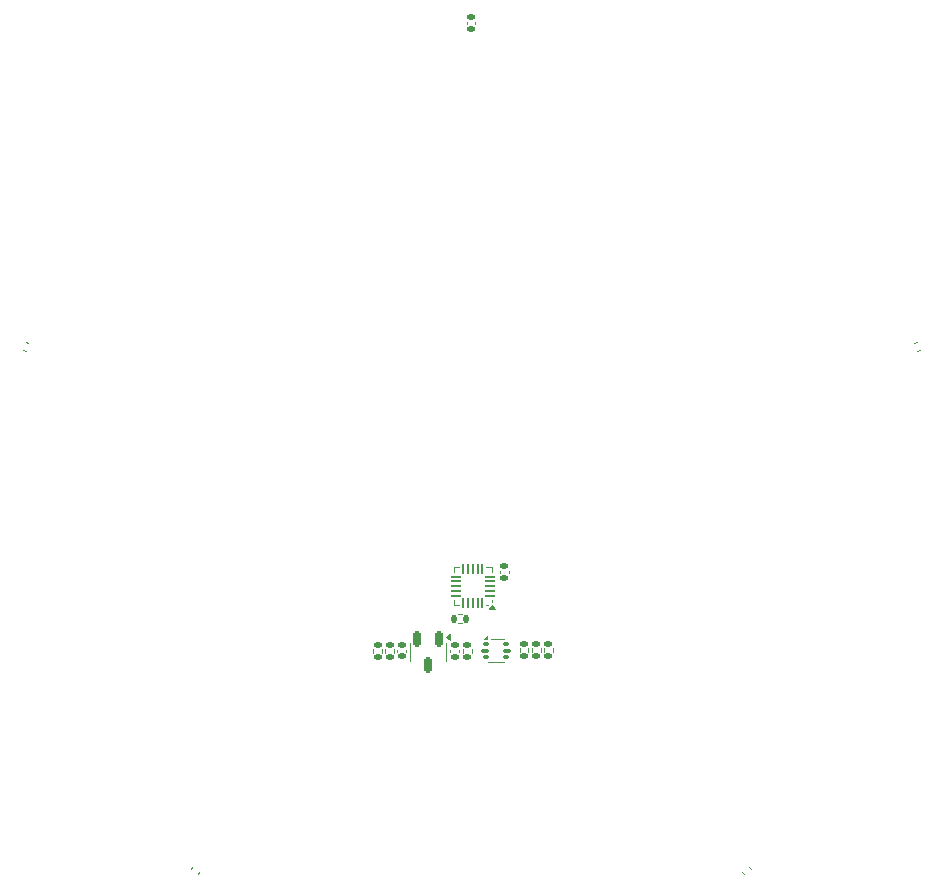
<source format=gbr>
%TF.GenerationSoftware,KiCad,Pcbnew,8.0.6*%
%TF.CreationDate,2024-11-25T17:42:41+01:00*%
%TF.ProjectId,star,73746172-2e6b-4696-9361-645f70636258,rev?*%
%TF.SameCoordinates,Original*%
%TF.FileFunction,Legend,Top*%
%TF.FilePolarity,Positive*%
%FSLAX46Y46*%
G04 Gerber Fmt 4.6, Leading zero omitted, Abs format (unit mm)*
G04 Created by KiCad (PCBNEW 8.0.6) date 2024-11-25 17:42:41*
%MOMM*%
%LPD*%
G01*
G04 APERTURE LIST*
G04 Aperture macros list*
%AMRoundRect*
0 Rectangle with rounded corners*
0 $1 Rounding radius*
0 $2 $3 $4 $5 $6 $7 $8 $9 X,Y pos of 4 corners*
0 Add a 4 corners polygon primitive as box body*
4,1,4,$2,$3,$4,$5,$6,$7,$8,$9,$2,$3,0*
0 Add four circle primitives for the rounded corners*
1,1,$1+$1,$2,$3*
1,1,$1+$1,$4,$5*
1,1,$1+$1,$6,$7*
1,1,$1+$1,$8,$9*
0 Add four rect primitives between the rounded corners*
20,1,$1+$1,$2,$3,$4,$5,0*
20,1,$1+$1,$4,$5,$6,$7,0*
20,1,$1+$1,$6,$7,$8,$9,0*
20,1,$1+$1,$8,$9,$2,$3,0*%
G04 Aperture macros list end*
%ADD10C,0.120000*%
%ADD11C,1.500000*%
%ADD12C,0.250000*%
%ADD13C,3.002104*%
%ADD14C,0.000000*%
%ADD15RoundRect,0.237500X0.371231X-0.035355X-0.035355X0.371231X-0.371231X0.035355X0.035355X-0.371231X0*%
%ADD16RoundRect,0.140000X0.185681X0.118417X-0.080615X0.204942X-0.185681X-0.118417X0.080615X-0.204942X0*%
%ADD17RoundRect,0.135000X0.185000X-0.135000X0.185000X0.135000X-0.185000X0.135000X-0.185000X-0.135000X0*%
%ADD18RoundRect,0.140000X-0.170000X0.140000X-0.170000X-0.140000X0.170000X-0.140000X0.170000X0.140000X0*%
%ADD19R,0.300000X1.100000*%
%ADD20O,1.000000X1.800000*%
%ADD21O,1.000000X2.200000*%
%ADD22O,11.010000X11.010000*%
%ADD23RoundRect,0.140000X-0.055243X0.213186X-0.219823X-0.013339X0.055243X-0.213186X0.219823X0.013339X0*%
%ADD24C,2.200000*%
%ADD25RoundRect,0.050000X0.375000X0.050000X-0.375000X0.050000X-0.375000X-0.050000X0.375000X-0.050000X0*%
%ADD26RoundRect,0.050000X0.050000X0.375000X-0.050000X0.375000X-0.050000X-0.375000X0.050000X-0.375000X0*%
%ADD27R,1.650000X1.650000*%
%ADD28RoundRect,0.140000X0.170000X-0.140000X0.170000X0.140000X-0.170000X0.140000X-0.170000X-0.140000X0*%
%ADD29RoundRect,0.093750X-0.156250X-0.093750X0.156250X-0.093750X0.156250X0.093750X-0.156250X0.093750X0*%
%ADD30RoundRect,0.075000X-0.250000X-0.075000X0.250000X-0.075000X0.250000X0.075000X-0.250000X0.075000X0*%
%ADD31RoundRect,0.135000X0.135000X0.185000X-0.135000X0.185000X-0.135000X-0.185000X0.135000X-0.185000X0*%
%ADD32RoundRect,0.150000X-0.150000X0.512500X-0.150000X-0.512500X0.150000X-0.512500X0.150000X0.512500X0*%
%ADD33RoundRect,0.140000X-0.219823X0.013339X-0.055243X-0.213186X0.219823X-0.013339X0.055243X0.213186X0*%
%ADD34RoundRect,0.140000X-0.080615X-0.204942X0.185681X-0.118417X0.080615X0.204942X-0.185681X0.118417X0*%
G04 APERTURE END LIST*
D10*
%TO.C,C8*%
X85461312Y-96015704D02*
X85256196Y-95949057D01*
X85683804Y-95330943D02*
X85478688Y-95264296D01*
%TO.C,R15*%
X122470000Y-121603641D02*
X122470000Y-121296359D01*
X123230000Y-121603641D02*
X123230000Y-121296359D01*
%TO.C,C3*%
X116945000Y-121322164D02*
X116945000Y-121537836D01*
X117665000Y-121322164D02*
X117665000Y-121537836D01*
%TO.C,C5*%
X99582138Y-139726156D02*
X99455369Y-139900638D01*
X100164631Y-140149362D02*
X100037862Y-140323844D01*
%TO.C,R1*%
X115920000Y-121598641D02*
X115920000Y-121291359D01*
X116680000Y-121598641D02*
X116680000Y-121291359D01*
%TO.C,U1*%
X121715000Y-114350000D02*
X121715000Y-114800000D01*
X121715000Y-117570000D02*
X121715000Y-117120000D01*
X122165000Y-114350000D02*
X121715000Y-114350000D01*
X122165000Y-117570000D02*
X121715000Y-117570000D01*
X124485000Y-114350000D02*
X124935000Y-114350000D01*
X124485000Y-117570000D02*
X124635000Y-117570000D01*
X124935000Y-114350000D02*
X124935000Y-114800000D01*
X124935000Y-117120000D02*
X124935000Y-117330000D01*
X125175000Y-117900000D02*
X124695000Y-117900000D01*
X124935000Y-117570000D01*
X125175000Y-117900000D01*
G36*
X125175000Y-117900000D02*
G01*
X124695000Y-117900000D01*
X124935000Y-117570000D01*
X125175000Y-117900000D01*
G37*
%TO.C,C4*%
X125635000Y-114642164D02*
X125635000Y-114857836D01*
X126355000Y-114642164D02*
X126355000Y-114857836D01*
%TO.C,C1*%
X122810000Y-68392836D02*
X122810000Y-68177164D01*
X123530000Y-68392836D02*
X123530000Y-68177164D01*
%TO.C,U4*%
X125950000Y-120420000D02*
X124900000Y-120420000D01*
X125950000Y-122400000D02*
X124650000Y-122400000D01*
X124530000Y-120420000D02*
X124250000Y-120420000D01*
X124530000Y-120140000D01*
X124530000Y-120420000D01*
G36*
X124530000Y-120420000D02*
G01*
X124250000Y-120420000D01*
X124530000Y-120140000D01*
X124530000Y-120420000D01*
G37*
%TO.C,R16*%
X129335000Y-121528641D02*
X129335000Y-121221359D01*
X130095000Y-121528641D02*
X130095000Y-121221359D01*
%TO.C,R17*%
X122378641Y-118339369D02*
X122071359Y-118339369D01*
X122378641Y-119099369D02*
X122071359Y-119099369D01*
%TO.C,R19*%
X128307500Y-121528641D02*
X128307500Y-121221359D01*
X129067500Y-121528641D02*
X129067500Y-121221359D01*
%TO.C,C2*%
X121420000Y-121542836D02*
X121420000Y-121327164D01*
X122140000Y-121542836D02*
X122140000Y-121327164D01*
%TO.C,U3*%
X117975000Y-121535000D02*
X117975000Y-120735000D01*
X117975000Y-121535000D02*
X117975000Y-122335000D01*
X121095000Y-121535000D02*
X121095000Y-120735000D01*
X121095000Y-121535000D02*
X121095000Y-122335000D01*
X121375000Y-120475000D02*
X121045000Y-120235000D01*
X121375000Y-119995000D01*
X121375000Y-120475000D01*
G36*
X121375000Y-120475000D02*
G01*
X121045000Y-120235000D01*
X121375000Y-119995000D01*
X121375000Y-120475000D01*
G37*
%TO.C,R2*%
X114915000Y-121603641D02*
X114915000Y-121296359D01*
X115675000Y-121603641D02*
X115675000Y-121296359D01*
%TO.C,C6*%
X146155369Y-140129362D02*
X146282138Y-140303844D01*
X146737862Y-139706156D02*
X146864631Y-139880638D01*
%TO.C,R20*%
X127280000Y-121528641D02*
X127280000Y-121221359D01*
X128040000Y-121528641D02*
X128040000Y-121221359D01*
%TO.C,C7*%
X160721196Y-95340943D02*
X160926312Y-95274296D01*
X160943688Y-96025704D02*
X161148804Y-95959057D01*
%TD*%
%LPC*%
D11*
X161011162Y-93720518D02*
X137146810Y-90252824D01*
X161011162Y-93720518D02*
G75*
G02*
X162119525Y-97131840I-287662J-1979182D01*
G01*
D12*
X141225000Y-95937681D02*
X141225000Y-95587681D01*
X109800000Y-123325000D02*
X109800000Y-123675000D01*
D11*
X144275988Y-115734704D02*
G75*
G02*
X144851174Y-113964433I1971212J338104D01*
G01*
X100899622Y-141610463D02*
G75*
G02*
X97997609Y-139502198I-930822J1770163D01*
G01*
D12*
X137553553Y-122921447D02*
X137553553Y-123271447D01*
X141925000Y-96637681D02*
G75*
G02*
X141225019Y-95937681I0J699981D01*
G01*
D11*
X117550000Y-132855000D02*
X128790000Y-132855000D01*
X84230412Y-97131904D02*
X101498819Y-113964441D01*
D12*
X137053553Y-123771447D02*
X136803553Y-123771447D01*
X109300000Y-122825000D02*
G75*
G02*
X109800000Y-123325000I0J-500000D01*
G01*
X137553553Y-123271447D02*
G75*
G02*
X137053553Y-123771353I-499953J47D01*
G01*
X104300000Y-96637681D02*
X104050000Y-96637681D01*
D13*
X138427501Y-126771447D02*
G75*
G02*
X135425397Y-126771447I-1501052J0D01*
G01*
X135425397Y-126771447D02*
G75*
G02*
X138427501Y-126771447I1501052J0D01*
G01*
D11*
X135640935Y-89158742D02*
X124968472Y-67533971D01*
D12*
X103350000Y-95587681D02*
G75*
G02*
X104050000Y-94887700I700000J-19D01*
G01*
D11*
X137146810Y-90252824D02*
G75*
G02*
X135640975Y-89158723I287590J1979124D01*
G01*
X109203190Y-90252824D02*
X85338838Y-93720518D01*
D12*
X105000000Y-95587681D02*
X105000000Y-95937681D01*
X136803553Y-122421447D02*
X137053553Y-122421447D01*
X103350000Y-95937681D02*
X103350000Y-95587681D01*
D11*
X145450915Y-141611677D02*
X128790000Y-132855000D01*
X102074012Y-115734704D02*
X97997569Y-139502191D01*
X84230412Y-97131904D02*
G75*
G02*
X85338837Y-93720513I1396028J1432174D01*
G01*
D12*
X109050000Y-124175000D02*
G75*
G02*
X108550000Y-123675000I0J500000D01*
G01*
X109300000Y-124175000D02*
X109050000Y-124175000D01*
X108550000Y-123675000D02*
X108550000Y-123325000D01*
D11*
X117550000Y-132855000D02*
X100899622Y-141610463D01*
D12*
X142875000Y-95587681D02*
X142875000Y-95937681D01*
X142175000Y-96637681D02*
X141925000Y-96637681D01*
X104300000Y-94887681D02*
G75*
G02*
X105000019Y-95587681I0J-700019D01*
G01*
X104050000Y-96637681D02*
G75*
G02*
X103350019Y-95937681I0J699981D01*
G01*
D11*
X148352607Y-139503215D02*
G75*
G02*
X145450924Y-141611660I-1971207J-338085D01*
G01*
X148352607Y-139503215D02*
X144275988Y-115734704D01*
D12*
X137053553Y-122421447D02*
G75*
G02*
X137553553Y-122921447I47J-499953D01*
G01*
X109800000Y-123675000D02*
G75*
G02*
X109300000Y-124175000I-500000J0D01*
G01*
D11*
X110709065Y-89158742D02*
G75*
G02*
X109203188Y-90252813I-1793465J885142D01*
G01*
D12*
X136803553Y-123771447D02*
G75*
G02*
X136303553Y-123271447I47J500047D01*
G01*
X136303553Y-122921447D02*
G75*
G02*
X136803553Y-122421353I500047J47D01*
G01*
D11*
X101498819Y-113964441D02*
G75*
G02*
X102073973Y-115734697I-1396119J-1432159D01*
G01*
X162119588Y-97131904D02*
X144851181Y-113964441D01*
X121381528Y-67533972D02*
G75*
G02*
X124968472Y-67533971I1793472J-885128D01*
G01*
D12*
X108550000Y-123325000D02*
G75*
G02*
X109050000Y-122825000I500000J0D01*
G01*
X105000000Y-95937681D02*
G75*
G02*
X104300000Y-96637700I-700000J-19D01*
G01*
D14*
G36*
X126283811Y-83385644D02*
G01*
X126275249Y-83518536D01*
X126261051Y-83650579D01*
X126241280Y-83781601D01*
X126215994Y-83911434D01*
X126185255Y-84039906D01*
X126149122Y-84166848D01*
X126107657Y-84292090D01*
X126060919Y-84415461D01*
X126008970Y-84536791D01*
X125951869Y-84655912D01*
X125889677Y-84772650D01*
X125822453Y-84886839D01*
X125750260Y-84998306D01*
X125673156Y-85106881D01*
X125591202Y-85212396D01*
X125587797Y-85216602D01*
X125591202Y-85220793D01*
X125632448Y-85272731D01*
X125672547Y-85325495D01*
X125711487Y-85379064D01*
X125749257Y-85433419D01*
X125785846Y-85488539D01*
X125821241Y-85544408D01*
X125855435Y-85601003D01*
X125888413Y-85658305D01*
X125920167Y-85716295D01*
X125950684Y-85774955D01*
X125979954Y-85834263D01*
X126007964Y-85894199D01*
X126034705Y-85954746D01*
X126060167Y-86015882D01*
X126084336Y-86077590D01*
X126107203Y-86139849D01*
X126109037Y-86144989D01*
X126710003Y-85544022D01*
X128414922Y-85544022D01*
X128414922Y-85871445D01*
X126845621Y-85871445D01*
X126311924Y-86405143D01*
X126212273Y-86504793D01*
X126213435Y-86510114D01*
X126230560Y-86592957D01*
X126245419Y-86676189D01*
X126258005Y-86759764D01*
X126268314Y-86843634D01*
X126276341Y-86927752D01*
X126282082Y-87012073D01*
X126285528Y-87096549D01*
X126286679Y-87181132D01*
X126282924Y-87335149D01*
X126271771Y-87487295D01*
X126253392Y-87637392D01*
X126227957Y-87785258D01*
X126195637Y-87930713D01*
X126156604Y-88073577D01*
X126111030Y-88213667D01*
X126059082Y-88350806D01*
X126000935Y-88484810D01*
X125936758Y-88615503D01*
X125866721Y-88742700D01*
X125790997Y-88866223D01*
X125709756Y-88985891D01*
X125623169Y-89101523D01*
X125531408Y-89212939D01*
X125434642Y-89319958D01*
X125333043Y-89422401D01*
X125226782Y-89520085D01*
X125116028Y-89612832D01*
X125000955Y-89700460D01*
X124881734Y-89782788D01*
X124758533Y-89859638D01*
X124631524Y-89930826D01*
X124500878Y-89996174D01*
X124366769Y-90055502D01*
X124229363Y-90108627D01*
X124088834Y-90155372D01*
X123945353Y-90195551D01*
X123799089Y-90228989D01*
X123650215Y-90255504D01*
X123498902Y-90274913D01*
X123345317Y-90287038D01*
X123339882Y-90287332D01*
X123339882Y-91028339D01*
X123012463Y-91028339D01*
X123012463Y-90287332D01*
X123007043Y-90287038D01*
X122853459Y-90274913D01*
X122702143Y-90255504D01*
X122553268Y-90228990D01*
X122407003Y-90195554D01*
X122263520Y-90155373D01*
X122122990Y-90108630D01*
X121985584Y-90055505D01*
X121851472Y-89996177D01*
X121720826Y-89930830D01*
X121593818Y-89859640D01*
X121470617Y-89782792D01*
X121351393Y-89700463D01*
X121236320Y-89612835D01*
X121125567Y-89520089D01*
X121019305Y-89422403D01*
X120917705Y-89319961D01*
X120820939Y-89212941D01*
X120729176Y-89101525D01*
X120642590Y-88985892D01*
X120561348Y-88866224D01*
X120485624Y-88742702D01*
X120415587Y-88615504D01*
X120351411Y-88484813D01*
X120293263Y-88350806D01*
X120241316Y-88213668D01*
X120195740Y-88073577D01*
X120156708Y-87930713D01*
X120124389Y-87785258D01*
X120098954Y-87637392D01*
X120080574Y-87487295D01*
X120069422Y-87335149D01*
X120065666Y-87181132D01*
X120393088Y-87181132D01*
X120396419Y-87318322D01*
X120406312Y-87453863D01*
X120422617Y-87587592D01*
X120445184Y-87719352D01*
X120473861Y-87848982D01*
X120508496Y-87976321D01*
X120548942Y-88101211D01*
X120595047Y-88223489D01*
X120646659Y-88342997D01*
X120703630Y-88459575D01*
X120765806Y-88573063D01*
X120833039Y-88683301D01*
X120905178Y-88790129D01*
X120982072Y-88893387D01*
X121063571Y-88992914D01*
X121149524Y-89088551D01*
X121239781Y-89180137D01*
X121334189Y-89267513D01*
X121432600Y-89350519D01*
X121534864Y-89428995D01*
X121640828Y-89502781D01*
X121750341Y-89571717D01*
X121863256Y-89635643D01*
X121979420Y-89694397D01*
X122098682Y-89747822D01*
X122220892Y-89795756D01*
X122345900Y-89838041D01*
X122473555Y-89874515D01*
X122603707Y-89905019D01*
X122736203Y-89929393D01*
X122870896Y-89947476D01*
X123007633Y-89959111D01*
X123012463Y-89959403D01*
X123012463Y-89063808D01*
X123339882Y-89063808D01*
X123339882Y-89959403D01*
X123344729Y-89959107D01*
X123481466Y-89947474D01*
X123616157Y-89929391D01*
X123748653Y-89905016D01*
X123878805Y-89874512D01*
X124006459Y-89838038D01*
X124131467Y-89795753D01*
X124253678Y-89747818D01*
X124372940Y-89694394D01*
X124489102Y-89635638D01*
X124602016Y-89571714D01*
X124711530Y-89502778D01*
X124817493Y-89428992D01*
X124919754Y-89350516D01*
X125018166Y-89267510D01*
X125112573Y-89180134D01*
X125202828Y-89088548D01*
X125288781Y-88992911D01*
X125370279Y-88893383D01*
X125447172Y-88790126D01*
X125519310Y-88683300D01*
X125586543Y-88573062D01*
X125648720Y-88459574D01*
X125705689Y-88342996D01*
X125757301Y-88223488D01*
X125803405Y-88101210D01*
X125843850Y-87976320D01*
X125878485Y-87848982D01*
X125907162Y-87719352D01*
X125929728Y-87587592D01*
X125946033Y-87453863D01*
X125955927Y-87318322D01*
X125959257Y-87181132D01*
X125958827Y-87132169D01*
X125957536Y-87083233D01*
X125955385Y-87034335D01*
X125952376Y-86985487D01*
X125948506Y-86936699D01*
X125943779Y-86887983D01*
X125938196Y-86839350D01*
X125931754Y-86790813D01*
X125931065Y-86786000D01*
X123980680Y-88736386D01*
X124715054Y-88736386D01*
X124715054Y-89063808D01*
X123339882Y-89063808D01*
X123012463Y-89063808D01*
X121637290Y-89063808D01*
X121637290Y-88736386D01*
X122459005Y-88736386D01*
X120843030Y-87877166D01*
X121177738Y-87542459D01*
X120421279Y-86785999D01*
X120420591Y-86790813D01*
X120414149Y-86839350D01*
X120408565Y-86887983D01*
X120403838Y-86936699D01*
X120399969Y-86985487D01*
X120396959Y-87034335D01*
X120394809Y-87083233D01*
X120393518Y-87132169D01*
X120393088Y-87181132D01*
X120065666Y-87181132D01*
X120066816Y-87096543D01*
X120070264Y-87012066D01*
X120076003Y-86927745D01*
X120084030Y-86843627D01*
X120094339Y-86759759D01*
X120106926Y-86676186D01*
X120121785Y-86592956D01*
X120138911Y-86510114D01*
X120140072Y-86504793D01*
X120040422Y-86405143D01*
X120503461Y-86405143D01*
X121409257Y-87310939D01*
X121743965Y-86976232D01*
X122679851Y-88736386D01*
X123517640Y-88736386D01*
X125848883Y-86405143D01*
X125847525Y-86400477D01*
X125828200Y-86337152D01*
X125807397Y-86274367D01*
X125785125Y-86212148D01*
X125761399Y-86150518D01*
X125736232Y-86089502D01*
X125709638Y-86029125D01*
X125681626Y-85969413D01*
X125652211Y-85910389D01*
X125621407Y-85852079D01*
X125589224Y-85794507D01*
X125555677Y-85737698D01*
X125520779Y-85681677D01*
X125484539Y-85626468D01*
X125446975Y-85572096D01*
X125408097Y-85518588D01*
X125367917Y-85465965D01*
X125364954Y-85462167D01*
X125361074Y-85465998D01*
X125249593Y-85570738D01*
X125133607Y-85669461D01*
X125013365Y-85762065D01*
X124889117Y-85848447D01*
X124761110Y-85928505D01*
X124629593Y-86002138D01*
X124494815Y-86069242D01*
X124357027Y-86129717D01*
X124216475Y-86183460D01*
X124073410Y-86230368D01*
X123928080Y-86270340D01*
X123780735Y-86303273D01*
X123631622Y-86329066D01*
X123480990Y-86347615D01*
X123329091Y-86358820D01*
X123176172Y-86362577D01*
X123023254Y-86358820D01*
X122871354Y-86347615D01*
X122720724Y-86329066D01*
X122571612Y-86303273D01*
X122424267Y-86270340D01*
X122278939Y-86230368D01*
X122135875Y-86183460D01*
X121995324Y-86129717D01*
X121857535Y-86069242D01*
X121722759Y-86002138D01*
X121591242Y-85928505D01*
X121463235Y-85848447D01*
X121338985Y-85762065D01*
X121218741Y-85669462D01*
X121102755Y-85570739D01*
X120991271Y-85465999D01*
X120987391Y-85462168D01*
X120984395Y-85465999D01*
X120944219Y-85518618D01*
X120905343Y-85572124D01*
X120867782Y-85626493D01*
X120831546Y-85681700D01*
X120796650Y-85737719D01*
X120763106Y-85794527D01*
X120730925Y-85852097D01*
X120700123Y-85910406D01*
X120670710Y-85969428D01*
X120642701Y-86029139D01*
X120616107Y-86089514D01*
X120590941Y-86150528D01*
X120567218Y-86212157D01*
X120544947Y-86274374D01*
X120524144Y-86337156D01*
X120504819Y-86400478D01*
X120503461Y-86405143D01*
X120040422Y-86405143D01*
X119506723Y-85871445D01*
X117937424Y-85871445D01*
X117937424Y-85544022D01*
X119642341Y-85544022D01*
X120231226Y-86132907D01*
X120233060Y-86127815D01*
X120256189Y-86065642D01*
X120280619Y-86004026D01*
X120306337Y-85942985D01*
X120333335Y-85882540D01*
X120361599Y-85822710D01*
X120391120Y-85763515D01*
X120421885Y-85704973D01*
X120453884Y-85647105D01*
X120487105Y-85589931D01*
X120521538Y-85533469D01*
X120557171Y-85477738D01*
X120593994Y-85422760D01*
X120631995Y-85368553D01*
X120671163Y-85315137D01*
X120711487Y-85262532D01*
X120748275Y-85216602D01*
X121204832Y-85216602D01*
X121208270Y-85220056D01*
X121308272Y-85315215D01*
X121412405Y-85404919D01*
X121520438Y-85489076D01*
X121632146Y-85567588D01*
X121747300Y-85640363D01*
X121865671Y-85707306D01*
X121987032Y-85768322D01*
X122111154Y-85823316D01*
X122237810Y-85872194D01*
X122366770Y-85914862D01*
X122497808Y-85951224D01*
X122630696Y-85981188D01*
X122765204Y-86004657D01*
X122901104Y-86021538D01*
X123038170Y-86031736D01*
X123176172Y-86035156D01*
X123314174Y-86031736D01*
X123451240Y-86021538D01*
X123587141Y-86004657D01*
X123721649Y-85981187D01*
X123854536Y-85951224D01*
X123985574Y-85914861D01*
X124114535Y-85872193D01*
X124241190Y-85823313D01*
X124365313Y-85768319D01*
X124486674Y-85707302D01*
X124605045Y-85640358D01*
X124720199Y-85567582D01*
X124831907Y-85489067D01*
X124939940Y-85404909D01*
X125044073Y-85315201D01*
X125144075Y-85220039D01*
X125147512Y-85216602D01*
X125144075Y-85213147D01*
X125044073Y-85117989D01*
X124939940Y-85028284D01*
X124831907Y-84944128D01*
X124720199Y-84865614D01*
X124605045Y-84792840D01*
X124486674Y-84725898D01*
X124365313Y-84664882D01*
X124241190Y-84609888D01*
X124114535Y-84561010D01*
X123985575Y-84518342D01*
X123854536Y-84481980D01*
X123721649Y-84452016D01*
X123587141Y-84428547D01*
X123451240Y-84411666D01*
X123314174Y-84401468D01*
X123176172Y-84398047D01*
X123038170Y-84401468D01*
X122901104Y-84411666D01*
X122765203Y-84428547D01*
X122630692Y-84452017D01*
X122497805Y-84481980D01*
X122366765Y-84518342D01*
X122237803Y-84561011D01*
X122111146Y-84609890D01*
X121987023Y-84664885D01*
X121865660Y-84725901D01*
X121747288Y-84792845D01*
X121632132Y-84865621D01*
X121520424Y-84944137D01*
X121412388Y-85028295D01*
X121308256Y-85118002D01*
X121208254Y-85213165D01*
X121204832Y-85216602D01*
X120748275Y-85216602D01*
X120752956Y-85210758D01*
X120756410Y-85206551D01*
X120752989Y-85202310D01*
X120671969Y-85097125D01*
X120595748Y-84988932D01*
X120524387Y-84877899D01*
X120457944Y-84764192D01*
X120396477Y-84647979D01*
X120340046Y-84529429D01*
X120288709Y-84408706D01*
X120242526Y-84285979D01*
X120201556Y-84161415D01*
X120165857Y-84035182D01*
X120135489Y-83907445D01*
X120110510Y-83778372D01*
X120090979Y-83648132D01*
X120076955Y-83516890D01*
X120068499Y-83384814D01*
X120065666Y-83252072D01*
X120393088Y-83252072D01*
X120395519Y-83368408D01*
X120402781Y-83484185D01*
X120414825Y-83599259D01*
X120431601Y-83713491D01*
X120453062Y-83826738D01*
X120479159Y-83938861D01*
X120509844Y-84049719D01*
X120545066Y-84159169D01*
X120584779Y-84267071D01*
X120628932Y-84373285D01*
X120677478Y-84477670D01*
X120730369Y-84580082D01*
X120787554Y-84680383D01*
X120848986Y-84778432D01*
X120914615Y-84874086D01*
X120984395Y-84967205D01*
X120987391Y-84971036D01*
X120991255Y-84967221D01*
X121102735Y-84862482D01*
X121218721Y-84763759D01*
X121338963Y-84671154D01*
X121463214Y-84584771D01*
X121591222Y-84504711D01*
X121722740Y-84431077D01*
X121857519Y-84363970D01*
X121995310Y-84303495D01*
X122135863Y-84249751D01*
X122278929Y-84202841D01*
X122424261Y-84162867D01*
X122571608Y-84129933D01*
X122720722Y-84104139D01*
X122871353Y-84085589D01*
X123023253Y-84074383D01*
X123176172Y-84070626D01*
X123329091Y-84074383D01*
X123480990Y-84085589D01*
X123631621Y-84104138D01*
X123780733Y-84129931D01*
X123928077Y-84162864D01*
X124073405Y-84202836D01*
X124216470Y-84249744D01*
X124357020Y-84303486D01*
X124494809Y-84363961D01*
X124629585Y-84431066D01*
X124761102Y-84504699D01*
X124889110Y-84584757D01*
X125013360Y-84671139D01*
X125133603Y-84763742D01*
X125249591Y-84862465D01*
X125361074Y-84967205D01*
X125364954Y-84971036D01*
X125367934Y-84967221D01*
X125437715Y-84874105D01*
X125503348Y-84778453D01*
X125564781Y-84680405D01*
X125621969Y-84580105D01*
X125674860Y-84477693D01*
X125723409Y-84373308D01*
X125767563Y-84267093D01*
X125807276Y-84159190D01*
X125842500Y-84049738D01*
X125873185Y-83938879D01*
X125899282Y-83826754D01*
X125920743Y-83713502D01*
X125937520Y-83599268D01*
X125949564Y-83484190D01*
X125956825Y-83368411D01*
X125959257Y-83252072D01*
X125955636Y-83108855D01*
X125944888Y-82967518D01*
X125927190Y-82828236D01*
X125902714Y-82691185D01*
X125871638Y-82556537D01*
X125834135Y-82424469D01*
X125790380Y-82295155D01*
X125740548Y-82168772D01*
X125684813Y-82045492D01*
X125623353Y-81925490D01*
X125556339Y-81808943D01*
X125483948Y-81696025D01*
X125406354Y-81586909D01*
X125323733Y-81481774D01*
X125236259Y-81380790D01*
X125144108Y-81284135D01*
X125047453Y-81191984D01*
X124946470Y-81104509D01*
X124841333Y-81021889D01*
X124732218Y-80944295D01*
X124619299Y-80871904D01*
X124502753Y-80804891D01*
X124382752Y-80743429D01*
X124259471Y-80687696D01*
X124133087Y-80637863D01*
X124003773Y-80594108D01*
X123871706Y-80556605D01*
X123737058Y-80525528D01*
X123600007Y-80501053D01*
X123460725Y-80483355D01*
X123319388Y-80472607D01*
X123176172Y-80468986D01*
X123032956Y-80472607D01*
X122891620Y-80483355D01*
X122752338Y-80501053D01*
X122615287Y-80525528D01*
X122480639Y-80556605D01*
X122348571Y-80594108D01*
X122219257Y-80637863D01*
X122092874Y-80687696D01*
X121969593Y-80743429D01*
X121849592Y-80804891D01*
X121733045Y-80871904D01*
X121620127Y-80944295D01*
X121511011Y-81021889D01*
X121405874Y-81104509D01*
X121304892Y-81191984D01*
X121208237Y-81284135D01*
X121116085Y-81380790D01*
X121028611Y-81481774D01*
X120945990Y-81586909D01*
X120868397Y-81696025D01*
X120796006Y-81808943D01*
X120728991Y-81925490D01*
X120667531Y-82045492D01*
X120611797Y-82168772D01*
X120561965Y-82295155D01*
X120518211Y-82424469D01*
X120480706Y-82556537D01*
X120449630Y-82691185D01*
X120425155Y-82828236D01*
X120407456Y-82967518D01*
X120396709Y-83108855D01*
X120393088Y-83252072D01*
X120065666Y-83252072D01*
X120069441Y-83097643D01*
X120080651Y-82945100D01*
X120099125Y-82794622D01*
X120124689Y-82646393D01*
X120157171Y-82500594D01*
X120196397Y-82357404D01*
X120242197Y-82217008D01*
X120294397Y-82079585D01*
X120352823Y-81945318D01*
X120417305Y-81814387D01*
X120487670Y-81686974D01*
X120563745Y-81563263D01*
X120645356Y-81443432D01*
X120732333Y-81327665D01*
X120824503Y-81216141D01*
X120921692Y-81109044D01*
X121023728Y-81006555D01*
X121130439Y-80908855D01*
X121241652Y-80816125D01*
X121357194Y-80728547D01*
X121476894Y-80646304D01*
X121600578Y-80569574D01*
X121728073Y-80498543D01*
X121859208Y-80433389D01*
X121993810Y-80374295D01*
X122131706Y-80321442D01*
X122272725Y-80275013D01*
X122416692Y-80235186D01*
X122563435Y-80202147D01*
X122712783Y-80176075D01*
X122864563Y-80157151D01*
X123018601Y-80145558D01*
X123024020Y-80145280D01*
X123012708Y-79404865D01*
X123339882Y-79404865D01*
X123339882Y-80145869D01*
X123345301Y-80146165D01*
X123498886Y-80158290D01*
X123650201Y-80177699D01*
X123799077Y-80204214D01*
X123945342Y-80237652D01*
X124088824Y-80277832D01*
X124229354Y-80324576D01*
X124366760Y-80377701D01*
X124500872Y-80437029D01*
X124631518Y-80502378D01*
X124758526Y-80573566D01*
X124881728Y-80650416D01*
X125000951Y-80732744D01*
X125116025Y-80820372D01*
X125226778Y-80913119D01*
X125333039Y-81010803D01*
X125434640Y-81113246D01*
X125531406Y-81220265D01*
X125623168Y-81331681D01*
X125709755Y-81447313D01*
X125790997Y-81566981D01*
X125866721Y-81690503D01*
X125936757Y-81817701D01*
X126000935Y-81948394D01*
X126059082Y-82082398D01*
X126111030Y-82219537D01*
X126156604Y-82359627D01*
X126195637Y-82502491D01*
X126227957Y-82647945D01*
X126253392Y-82795812D01*
X126271771Y-82945909D01*
X126282924Y-83098055D01*
X126286679Y-83252072D01*
X126283811Y-83385644D01*
G37*
D13*
X110673948Y-127175000D02*
G75*
G02*
X107671844Y-127175000I-1501052J0D01*
G01*
X107671844Y-127175000D02*
G75*
G02*
X110673948Y-127175000I1501052J0D01*
G01*
D12*
X141925000Y-94887681D02*
X142175000Y-94887681D01*
X142875000Y-95937681D02*
G75*
G02*
X142175000Y-96637700I-700000J-19D01*
G01*
D11*
X121381528Y-67533972D02*
X110709065Y-89158742D01*
D12*
X142175000Y-94887681D02*
G75*
G02*
X142875019Y-95587681I0J-700019D01*
G01*
X104050000Y-94887681D02*
X104300000Y-94887681D01*
X141225000Y-95587681D02*
G75*
G02*
X141925000Y-94887700I700000J-19D01*
G01*
X109050000Y-122825000D02*
X109300000Y-122825000D01*
X136303553Y-123271447D02*
X136303553Y-122921447D01*
D15*
%TO.C,D22*%
X120378718Y-94723718D03*
X119141282Y-93486282D03*
%TD*%
D16*
%TO.C,C8*%
X85926507Y-95788328D03*
X85013493Y-95491672D03*
%TD*%
D15*
%TO.C,D42*%
X129903718Y-99478718D03*
X128666282Y-98241282D03*
%TD*%
%TO.C,D36*%
X132313718Y-94728718D03*
X131076282Y-93491282D03*
%TD*%
%TO.C,D75*%
X125413718Y-106898718D03*
X124176282Y-105661282D03*
%TD*%
%TO.C,D72*%
X127788718Y-106903718D03*
X126551282Y-105666282D03*
%TD*%
%TO.C,D48*%
X125178718Y-101893718D03*
X123941282Y-100656282D03*
%TD*%
%TO.C,D69*%
X129943718Y-106708718D03*
X128706282Y-105471282D03*
%TD*%
D17*
%TO.C,R15*%
X122850000Y-121960000D03*
X122850000Y-120940000D03*
%TD*%
D15*
%TO.C,D60*%
X118198718Y-109273718D03*
X116961282Y-108036282D03*
%TD*%
%TO.C,D63*%
X115818718Y-106893718D03*
X114581282Y-105656282D03*
%TD*%
%TO.C,D24*%
X122708718Y-94723718D03*
X121471282Y-93486282D03*
%TD*%
%TO.C,D58*%
X118223718Y-104493718D03*
X116986282Y-103256282D03*
%TD*%
%TO.C,D49*%
X123003718Y-102083718D03*
X121766282Y-100846282D03*
%TD*%
%TO.C,D25*%
X120363718Y-97098718D03*
X119126282Y-95861282D03*
%TD*%
%TO.C,D56*%
X120573718Y-109263718D03*
X119336282Y-108026282D03*
%TD*%
D18*
%TO.C,C3*%
X117305000Y-120950000D03*
X117305000Y-121910000D03*
%TD*%
D15*
%TO.C,D61*%
X115818718Y-102088718D03*
X114581282Y-100851282D03*
%TD*%
D19*
%TO.C,J2*%
X119820000Y-125605000D03*
X120620000Y-125605000D03*
X121920000Y-125605000D03*
X122920000Y-125605000D03*
X123420000Y-125605000D03*
X124420000Y-125605000D03*
X125720000Y-125605000D03*
X126520000Y-125605000D03*
X126220000Y-125605000D03*
X125420000Y-125605000D03*
X124920000Y-125605000D03*
X123920000Y-125605000D03*
X122420000Y-125605000D03*
X121420000Y-125605000D03*
X120920000Y-125605000D03*
X120120000Y-125605000D03*
D20*
X117550000Y-126755000D03*
D21*
X117550000Y-130755000D03*
D20*
X128790000Y-126755000D03*
D21*
X128790000Y-130755000D03*
%TD*%
D15*
%TO.C,D46*%
X129903718Y-101888718D03*
X128666282Y-100651282D03*
%TD*%
%TO.C,D40*%
X125083718Y-97098718D03*
X123846282Y-95861282D03*
%TD*%
D22*
%TO.C,J4*%
X104175000Y-102259700D03*
%TD*%
D15*
%TO.C,D54*%
X120623718Y-104483718D03*
X119386282Y-103246282D03*
%TD*%
%TO.C,D57*%
X118223718Y-102078718D03*
X116986282Y-100841282D03*
%TD*%
%TO.C,D76*%
X125413718Y-109288718D03*
X124176282Y-108051282D03*
%TD*%
D23*
%TO.C,C5*%
X100092137Y-139636672D03*
X99527863Y-140413328D03*
%TD*%
D15*
%TO.C,D66*%
X132318718Y-106688718D03*
X131081282Y-105451282D03*
%TD*%
%TO.C,D43*%
X127503718Y-99493718D03*
X126266282Y-98256282D03*
%TD*%
%TO.C,D67*%
X132318718Y-109103718D03*
X131081282Y-107866282D03*
%TD*%
%TO.C,D74*%
X125413718Y-104508718D03*
X124176282Y-103271282D03*
%TD*%
%TO.C,D27*%
X122778718Y-99498718D03*
X121541282Y-98261282D03*
%TD*%
%TO.C,D30*%
X120613718Y-99698718D03*
X119376282Y-98461282D03*
%TD*%
%TO.C,D41*%
X132303718Y-99488718D03*
X131066282Y-98251282D03*
%TD*%
%TO.C,D34*%
X127508718Y-94728718D03*
X126271282Y-93491282D03*
%TD*%
%TO.C,D44*%
X125153718Y-99508718D03*
X123916282Y-98271282D03*
%TD*%
%TO.C,D64*%
X115818718Y-109283718D03*
X114581282Y-108046282D03*
%TD*%
D24*
%TO.C,REF\u002A\u002A*%
X123175000Y-76450000D03*
%TD*%
D15*
%TO.C,D33*%
X129918718Y-94728718D03*
X128681282Y-93491282D03*
%TD*%
D17*
%TO.C,R1*%
X116300000Y-121955000D03*
X116300000Y-120935000D03*
%TD*%
D25*
%TO.C,U1*%
X124775000Y-116760000D03*
X124775000Y-116360000D03*
X124775000Y-115960000D03*
X124775000Y-115560000D03*
X124775000Y-115160000D03*
D26*
X124125000Y-114510000D03*
X123725000Y-114510000D03*
X123325000Y-114510000D03*
X122925000Y-114510000D03*
X122525000Y-114510000D03*
D25*
X121875000Y-115160000D03*
X121875000Y-115560000D03*
X121875000Y-115960000D03*
X121875000Y-116360000D03*
X121875000Y-116760000D03*
D26*
X122525000Y-117410000D03*
X122925000Y-117410000D03*
X123325000Y-117410000D03*
X123725000Y-117410000D03*
X124125000Y-117410000D03*
D27*
X123325000Y-115960000D03*
%TD*%
D15*
%TO.C,D55*%
X120623718Y-106898718D03*
X119386282Y-105661282D03*
%TD*%
%TO.C,D52*%
X122998718Y-109278718D03*
X121761282Y-108041282D03*
%TD*%
%TO.C,D47*%
X127553718Y-101903718D03*
X126316282Y-100666282D03*
%TD*%
%TO.C,D28*%
X118213718Y-97293718D03*
X116976282Y-96056282D03*
%TD*%
%TO.C,D38*%
X129883718Y-97093718D03*
X128646282Y-95856282D03*
%TD*%
%TO.C,D23*%
X122743718Y-97113718D03*
X121506282Y-95876282D03*
%TD*%
%TO.C,D31*%
X118208718Y-99688718D03*
X116971282Y-98451282D03*
%TD*%
%TO.C,D21*%
X118013718Y-94723718D03*
X116776282Y-93486282D03*
%TD*%
%TO.C,D29*%
X115813718Y-97283718D03*
X114576282Y-96046282D03*
%TD*%
%TO.C,D68*%
X129943718Y-104293718D03*
X128706282Y-103056282D03*
%TD*%
%TO.C,D50*%
X123028718Y-104498718D03*
X121791282Y-103261282D03*
%TD*%
D18*
%TO.C,C4*%
X125995000Y-114270000D03*
X125995000Y-115230000D03*
%TD*%
D22*
%TO.C,J3*%
X142050000Y-102259700D03*
%TD*%
D15*
%TO.C,D73*%
X127788718Y-109293718D03*
X126551282Y-108056282D03*
%TD*%
%TO.C,D53*%
X120598718Y-102068718D03*
X119361282Y-100831282D03*
%TD*%
D28*
%TO.C,C1*%
X123170000Y-68765000D03*
X123170000Y-67805000D03*
%TD*%
D15*
%TO.C,D39*%
X127508718Y-97108718D03*
X126271282Y-95871282D03*
%TD*%
%TO.C,D62*%
X115818718Y-104503718D03*
X114581282Y-103266282D03*
%TD*%
D29*
%TO.C,U4*%
X124450000Y-120872500D03*
D30*
X124375000Y-121410000D03*
D29*
X124450000Y-121947500D03*
X126150000Y-121947500D03*
D30*
X126225000Y-121410000D03*
D29*
X126150000Y-120872500D03*
%TD*%
D15*
%TO.C,D51*%
X123023718Y-106888718D03*
X121786282Y-105651282D03*
%TD*%
D17*
%TO.C,R16*%
X129715000Y-121885000D03*
X129715000Y-120865000D03*
%TD*%
D31*
%TO.C,R17*%
X122735000Y-118719369D03*
X121715000Y-118719369D03*
%TD*%
D17*
%TO.C,R19*%
X128687500Y-121885000D03*
X128687500Y-120865000D03*
%TD*%
D15*
%TO.C,D26*%
X115813718Y-94913718D03*
X114576282Y-93676282D03*
%TD*%
%TO.C,D35*%
X125123718Y-94728718D03*
X123886282Y-93491282D03*
%TD*%
%TO.C,D71*%
X127588718Y-104313718D03*
X126351282Y-103076282D03*
%TD*%
%TO.C,D65*%
X132293718Y-104273718D03*
X131056282Y-103036282D03*
%TD*%
%TO.C,D59*%
X118208718Y-106888718D03*
X116971282Y-105651282D03*
%TD*%
D28*
%TO.C,C2*%
X121780000Y-121915000D03*
X121780000Y-120955000D03*
%TD*%
D32*
%TO.C,U3*%
X120485000Y-120397500D03*
X118585000Y-120397500D03*
X119535000Y-122672500D03*
%TD*%
D17*
%TO.C,R2*%
X115295000Y-121960000D03*
X115295000Y-120940000D03*
%TD*%
D15*
%TO.C,D45*%
X132303718Y-101873718D03*
X131066282Y-100636282D03*
%TD*%
D33*
%TO.C,C6*%
X146227863Y-139616672D03*
X146792137Y-140393328D03*
%TD*%
D15*
%TO.C,D32*%
X115808718Y-99678718D03*
X114571282Y-98441282D03*
%TD*%
D17*
%TO.C,R20*%
X127660000Y-121885000D03*
X127660000Y-120865000D03*
%TD*%
D15*
%TO.C,D37*%
X132308718Y-97103718D03*
X131071282Y-95866282D03*
%TD*%
%TO.C,D70*%
X130168718Y-109298718D03*
X128931282Y-108061282D03*
%TD*%
D34*
%TO.C,C7*%
X160478493Y-95798328D03*
X161391507Y-95501672D03*
%TD*%
%LPD*%
M02*

</source>
